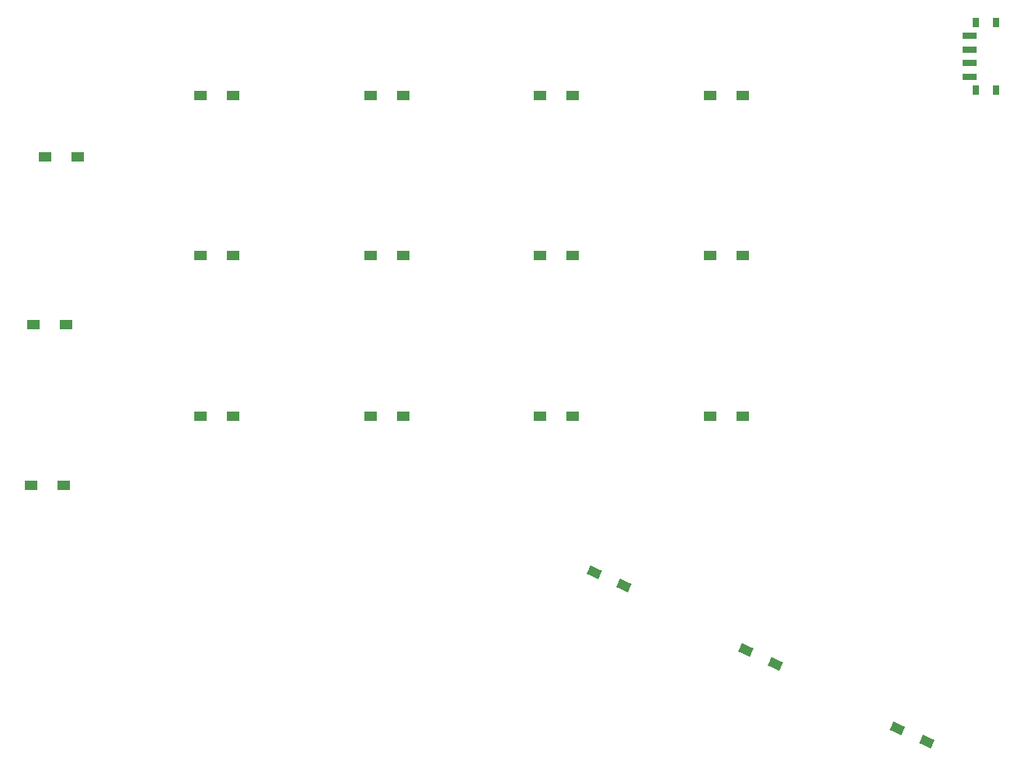
<source format=gbr>
%TF.GenerationSoftware,KiCad,Pcbnew,6.0.1*%
%TF.CreationDate,2022-04-23T16:15:16+02:00*%
%TF.ProjectId,KWS36,4b575333-362e-46b6-9963-61645f706362,1.0.0*%
%TF.SameCoordinates,Original*%
%TF.FileFunction,Paste,Top*%
%TF.FilePolarity,Positive*%
%FSLAX46Y46*%
G04 Gerber Fmt 4.6, Leading zero omitted, Abs format (unit mm)*
G04 Created by KiCad (PCBNEW 6.0.1) date 2022-04-23 16:15:16*
%MOMM*%
%LPD*%
G01*
G04 APERTURE LIST*
G04 Aperture macros list*
%AMRotRect*
0 Rectangle, with rotation*
0 The origin of the aperture is its center*
0 $1 length*
0 $2 width*
0 $3 Rotation angle, in degrees counterclockwise*
0 Add horizontal line*
21,1,$1,$2,0,0,$3*%
G04 Aperture macros list end*
%ADD10R,1.400000X1.000000*%
%ADD11RotRect,1.400000X1.000000X155.000000*%
%ADD12R,0.800000X1.000000*%
%ADD13R,1.500000X0.700000*%
G04 APERTURE END LIST*
D10*
%TO.C,D4*%
X117250000Y-52750000D03*
X113700000Y-52750000D03*
%TD*%
%TO.C,D3*%
X98750000Y-95250000D03*
X95200000Y-95250000D03*
%TD*%
%TO.C,D5*%
X117250000Y-70250000D03*
X113700000Y-70250000D03*
%TD*%
%TO.C,D9*%
X135750000Y-87750000D03*
X132200000Y-87750000D03*
%TD*%
%TO.C,D6*%
X117250000Y-87750000D03*
X113700000Y-87750000D03*
%TD*%
%TO.C,D17*%
X172750000Y-87750000D03*
X169200000Y-87750000D03*
%TD*%
%TO.C,D7*%
X135750000Y-52750000D03*
X132200000Y-52750000D03*
%TD*%
D11*
%TO.C,D14*%
X173141304Y-113249853D03*
X176358696Y-114750147D03*
%TD*%
D12*
%TO.C,REF\u002A\u002A*%
X198195000Y-44850000D03*
X200405000Y-44850000D03*
X200405000Y-52150000D03*
X198195000Y-52150000D03*
D13*
X197545000Y-50750000D03*
X197545000Y-47750000D03*
X197545000Y-49250000D03*
X197545000Y-46250000D03*
%TD*%
D10*
%TO.C,D2*%
X99000000Y-77750000D03*
X95450000Y-77750000D03*
%TD*%
D11*
%TO.C,D18*%
X189641304Y-121749853D03*
X192858696Y-123250147D03*
%TD*%
D10*
%TO.C,D13*%
X154250000Y-87750000D03*
X150700000Y-87750000D03*
%TD*%
%TO.C,D12*%
X154250000Y-70250000D03*
X150700000Y-70250000D03*
%TD*%
%TO.C,D1*%
X100275000Y-59500000D03*
X96725000Y-59500000D03*
%TD*%
%TO.C,D11*%
X154250000Y-52750000D03*
X150700000Y-52750000D03*
%TD*%
%TO.C,D15*%
X172775000Y-52750000D03*
X169225000Y-52750000D03*
%TD*%
D11*
%TO.C,D10*%
X156641304Y-104749853D03*
X159858696Y-106250147D03*
%TD*%
D10*
%TO.C,D16*%
X172750000Y-70250000D03*
X169200000Y-70250000D03*
%TD*%
%TO.C,D8*%
X135750000Y-70250000D03*
X132200000Y-70250000D03*
%TD*%
M02*

</source>
